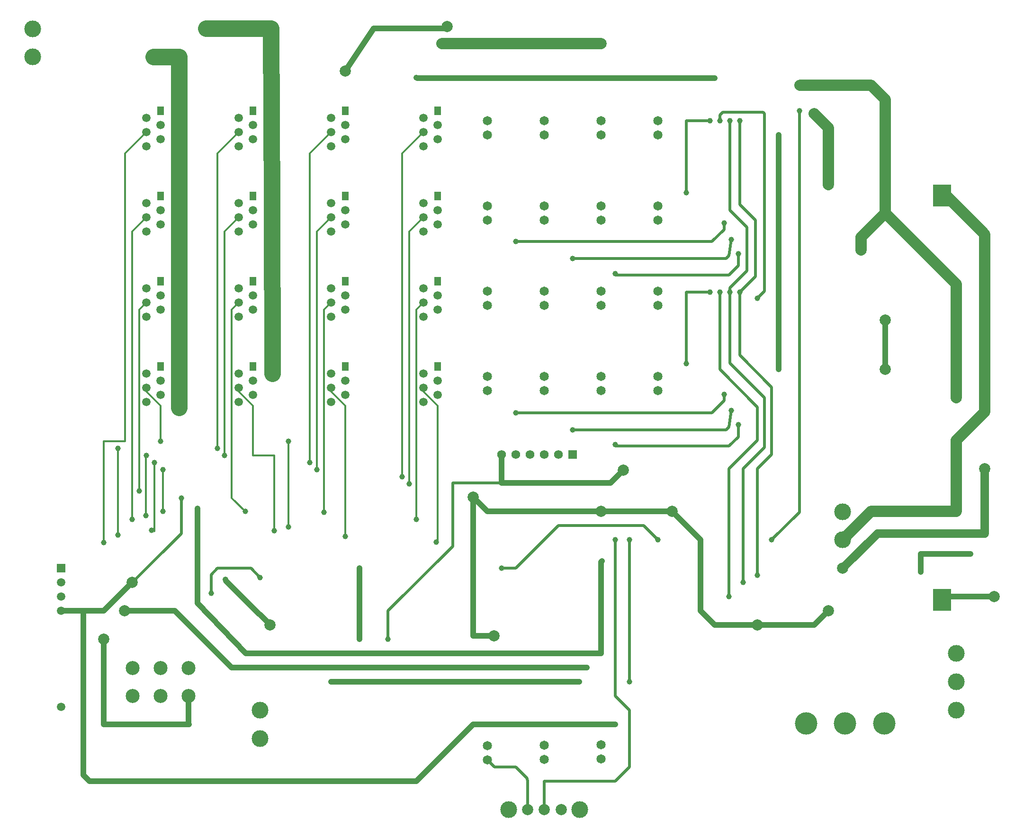
<source format=gbl>
G04 Layer: BottomLayer*
G04 EasyEDA v6.5.40, 2024-05-11 17:08:49*
G04 43c8e0cd1118455ea74be200e722eb6b,361a7d54fb4a4915a4e9984872de9782,10*
G04 Gerber Generator version 0.2*
G04 Scale: 100 percent, Rotated: No, Reflected: No *
G04 Dimensions in millimeters *
G04 leading zeros omitted , absolute positions ,4 integer and 5 decimal *
%FSLAX45Y45*%
%MOMM*%

%ADD10C,0.3000*%
%ADD11C,1.0000*%
%ADD12C,0.5000*%
%ADD13C,1.5000*%
%ADD14C,2.0000*%
%ADD15C,3.0000*%
%ADD16R,3.2000X4.0000*%
%ADD17R,1.2680X1.5000*%
%ADD18C,1.6510*%
%ADD19C,4.0000*%
%ADD20C,1.5748*%
%ADD21R,1.5748X1.5748*%
%ADD22R,1.5080X1.5080*%
%ADD23C,1.5080*%
%ADD24C,2.5000*%
%ADD25C,0.0147*%

%LPD*%
D10*
X4063984Y-8648684D02*
G01*
X4063984Y-7886697D01*
D11*
X13842972Y-2158994D02*
G01*
X13842972Y-6349989D01*
X1409700Y-10914379D02*
G01*
X1409700Y-13601700D01*
X1524000Y-13716000D01*
X7366000Y-13716000D01*
X8382000Y-12700000D01*
X10922000Y-12700000D01*
D12*
X1777994Y-10667977D02*
G01*
X1015992Y-10667956D01*
D11*
X10413974Y-11683974D02*
G01*
X4064000Y-11683982D01*
X3047997Y-10667979D01*
X2146294Y-10667979D01*
X10274279Y-11937974D02*
G01*
X5841989Y-11937979D01*
D12*
X8889974Y-7873974D02*
G01*
X8889974Y-8381982D01*
X8013687Y-8381982D01*
X8013687Y-9512282D01*
X6858000Y-10667969D01*
X6858000Y-11175974D01*
X12788900Y-4965700D02*
G01*
X12788900Y-6350000D01*
X13462000Y-7023100D01*
X13462000Y-7620000D01*
X12954000Y-8128000D01*
X12953974Y-10413979D01*
X13715974Y-9397974D02*
G01*
X14211300Y-8902649D01*
X14211300Y-1727200D01*
D11*
X1777997Y-11175977D02*
G01*
X1777997Y-12699974D01*
X3301992Y-12699974D01*
X3293993Y-12691976D01*
X3293993Y-12187976D01*
D12*
X12953974Y-4660889D02*
G01*
X10921974Y-4660887D01*
D11*
X11938000Y-8890000D02*
G01*
X12446000Y-9398000D01*
X12446000Y-10668000D01*
X12700000Y-10922000D01*
X14478000Y-10922000D01*
X14732000Y-10668000D01*
D13*
X17525964Y-9283682D02*
G01*
X17525964Y-8127984D01*
D14*
X17017966Y-5587989D02*
G01*
X17017966Y-6857987D01*
D11*
X4762489Y-10921977D02*
G01*
X4495774Y-10667974D01*
X3962400Y-10134600D01*
X3949687Y-10109200D01*
X8381982Y-8635982D02*
G01*
X8635982Y-8889982D01*
X10667918Y-8889982D01*
X8381982Y-8635982D02*
G01*
X8381982Y-11112477D01*
X8750282Y-11112477D01*
D10*
X7492997Y-6680202D02*
G01*
X7492997Y-6743702D01*
X7746997Y-6997702D01*
X7746984Y-9448784D01*
D14*
X14224000Y-1270000D02*
G01*
X15493969Y-1269997D01*
X15748000Y-1524000D01*
X15748000Y-2286000D01*
X15747969Y-2539994D01*
X15748000Y-2540000D01*
X14477972Y-1777997D02*
G01*
X14731969Y-2031994D01*
X14731969Y-3047994D01*
D11*
X10667918Y-8889982D02*
G01*
X11937977Y-8889982D01*
D12*
X11429977Y-9143982D02*
G01*
X11683977Y-9397982D01*
X8885930Y-9900920D02*
G01*
X8890000Y-9906000D01*
X9144000Y-9906000D01*
X9906025Y-9143974D01*
X11429977Y-9143982D01*
D13*
X14986000Y-9906000D02*
G01*
X15608300Y-9283700D01*
X16901922Y-9283700D01*
X17525964Y-9283682D01*
D14*
X14985974Y-9395460D02*
G01*
X15490416Y-8890000D01*
X17018815Y-8889982D01*
D11*
X10680700Y-9779000D02*
G01*
X10668000Y-9791700D01*
X10668000Y-11430000D01*
X4318000Y-11430000D01*
X3682992Y-10769579D01*
X3451859Y-10528300D01*
X3454400Y-8839174D02*
G01*
X3452032Y-10528300D01*
D14*
X16763974Y-3245485D02*
G01*
X16834459Y-3245485D01*
X17525964Y-3936989D01*
X17525964Y-7111984D01*
X17018815Y-7619133D01*
X17018815Y-8889982D01*
D11*
X8890000Y-7874000D02*
G01*
X8890000Y-8382000D01*
X10833049Y-8382000D01*
X11061674Y-8153374D01*
D12*
X10921974Y-9397974D02*
G01*
X10922002Y-11938000D01*
X10921979Y-12191974D01*
X10921979Y-11937974D01*
X9652000Y-14224000D02*
G01*
X9652000Y-13716000D01*
X10922000Y-13716000D01*
X11176000Y-13462000D01*
X11176000Y-12446000D01*
X10922000Y-12192000D01*
D10*
X2539997Y-3632309D02*
G01*
X2285997Y-3886309D01*
X2285997Y-6362809D01*
X2286195Y-9029857D01*
X2539997Y-2108309D02*
G01*
X2158997Y-2489309D01*
X2158997Y-7632684D01*
X2527508Y-8964584D02*
G01*
X2527508Y-7899186D01*
X2539997Y-7886684D01*
X4190984Y-3632197D02*
G01*
X3936984Y-3886197D01*
X3936984Y-6362697D01*
X3936984Y-7886585D01*
X2679697Y-9245584D02*
G01*
X2679697Y-8015483D01*
X5841984Y-2108197D02*
G01*
X5460984Y-2489197D01*
X5460984Y-8013684D01*
X5841997Y-6680309D02*
G01*
X5841997Y-6743809D01*
X6095997Y-6997809D01*
X6095997Y-9334477D01*
X4190997Y-2108309D02*
G01*
X3809997Y-2489309D01*
X3809997Y-7759684D01*
X2031997Y-7759684D02*
G01*
X2032208Y-7759882D01*
X2032208Y-9315775D01*
X2539997Y-6680309D02*
G01*
X2539997Y-6743809D01*
X2793997Y-6997809D01*
X2793997Y-7632684D01*
X5079984Y-7632684D02*
G01*
X5080195Y-7632895D01*
X5080195Y-9169557D01*
D15*
X3124194Y-7030994D02*
G01*
X3124200Y-5282529D01*
X3124200Y-2235809D02*
G01*
X3124200Y-2459616D01*
X3124194Y-5282531D02*
G01*
X3124197Y-3982239D01*
X4768850Y-254000D02*
G01*
X3604262Y-255915D01*
X3124200Y-762000D02*
G01*
X2666994Y-761997D01*
X4773828Y-1856757D02*
G01*
X4768842Y-253997D01*
X4778562Y-3378093D02*
G01*
X4773828Y-1856757D01*
X4783305Y-4902288D02*
G01*
X4778562Y-3378093D01*
X4787900Y-6426200D02*
G01*
X4787900Y-6197574D01*
X4787900Y-6197574D02*
G01*
X4787900Y-4906876D01*
X4783310Y-4902286D01*
X3124197Y-3982239D02*
G01*
X3124197Y-3758641D01*
X3124197Y-3758641D02*
G01*
X3124200Y-2459616D01*
X3124200Y-2459616D02*
G01*
X3124200Y-2235804D01*
X3124200Y-2235200D02*
G01*
X3124200Y-762000D01*
X4065798Y-254000D02*
G01*
X3835400Y-254000D01*
D14*
X15316200Y-4216400D02*
G01*
X15316200Y-3987800D01*
X15595091Y-3708907D01*
X15748000Y-3556000D01*
X15748000Y-2540000D02*
G01*
X15748000Y-3149600D01*
X15748000Y-2540000D02*
G01*
X15748000Y-3556000D01*
X17018000Y-4826000D01*
X17017966Y-5686552D01*
D11*
X1409694Y-11048977D02*
G01*
X1409694Y-10691268D01*
D12*
X8636000Y-13334974D02*
G01*
X8762997Y-13461972D01*
X9143982Y-13461972D01*
X9347182Y-13665172D01*
X9347182Y-13690572D01*
X9352000Y-13695390D01*
X9352000Y-14223974D01*
X12191974Y-1905000D02*
G01*
X12191974Y-3187694D01*
X12191974Y-1905000D02*
G01*
X12636474Y-1904994D01*
D11*
X16383000Y-9969500D02*
G01*
X16383000Y-9652000D01*
X17272000Y-9652000D01*
X15747956Y-5460977D02*
G01*
X15747992Y-6350010D01*
X1015997Y-10667974D02*
G01*
X1016000Y-10668000D01*
X1778000Y-10668000D01*
X2286000Y-10160000D01*
X2285994Y-10159979D01*
D12*
X3162300Y-8648700D02*
G01*
X3162300Y-9283700D01*
X1777997Y-10667979D01*
D11*
X16763974Y-10470489D02*
G01*
X16820481Y-10413982D01*
X17691061Y-10413982D01*
X6349987Y-9905977D02*
G01*
X6349987Y-11175977D01*
D12*
X6858000Y-11175974D02*
G01*
X6858000Y-10921974D01*
D11*
X7365984Y-1130297D02*
G01*
X7378684Y-1142997D01*
X12699974Y-1142997D01*
D14*
X7823200Y-520700D02*
G01*
X10668000Y-520700D01*
X10668000Y-520700D01*
D11*
X6095987Y-1015997D02*
G01*
X6603987Y-254000D01*
X7874190Y-254175D01*
D12*
X3695692Y-10350479D02*
G01*
X3695692Y-10020279D01*
X3809992Y-9905979D01*
X4406889Y-9905979D01*
X4571989Y-10071079D01*
X12788900Y-1905000D02*
G01*
X12788900Y-1803400D01*
X12839700Y-1752600D01*
X13563600Y-1752600D01*
X13589000Y-1778000D01*
X13589000Y-4953000D01*
X13462000Y-5080000D01*
X12966700Y-4965700D02*
G01*
X12966700Y-4889500D01*
X13271500Y-4584700D01*
X13271500Y-3810000D01*
X12966700Y-3505200D01*
X12966700Y-1905000D01*
X12191974Y-4965700D02*
G01*
X12611074Y-4965694D01*
X12191974Y-4965700D02*
G01*
X12191974Y-6248394D01*
X12865074Y-6908787D02*
G01*
X12865074Y-6794487D01*
X12649200Y-7124700D02*
G01*
X12865074Y-6908794D01*
X12903174Y-7429494D02*
G01*
X12953974Y-7378694D01*
X12992074Y-7086600D02*
G01*
X12953974Y-7378694D01*
X13119074Y-7340594D02*
G01*
X13119074Y-7556494D01*
X12953974Y-7721587D01*
X12953974Y-7721589D02*
G01*
X10921974Y-7721587D01*
X10159974Y-7429494D02*
G01*
X12903174Y-7429492D01*
X9143982Y-7124692D02*
G01*
X12649174Y-7124692D01*
X12611074Y-4965694D02*
G01*
X12636474Y-4965694D01*
X10159974Y-4368794D02*
G01*
X12903174Y-4368792D01*
X9143982Y-4063992D02*
G01*
X12649174Y-4063992D01*
X13119074Y-4279894D02*
G01*
X13119074Y-4495794D01*
X12953974Y-4660887D01*
X12649200Y-4064000D02*
G01*
X12865074Y-3848094D01*
X12865074Y-3848087D02*
G01*
X12865074Y-3733787D01*
X12992074Y-4025900D02*
G01*
X12953974Y-4317994D01*
X12903174Y-4368794D02*
G01*
X12953974Y-4317994D01*
D10*
X2832097Y-8140684D02*
G01*
X2832295Y-8888371D01*
X4825984Y-7886684D02*
G01*
X4826195Y-9233057D01*
X5841997Y-5156309D02*
G01*
X5714997Y-5283309D01*
X5715195Y-8902857D01*
X1778195Y-9448957D02*
G01*
X1777997Y-7632684D01*
X1993897Y-7632684D01*
X2158997Y-7632684D01*
X4305495Y-8890157D02*
G01*
X4064182Y-8648844D01*
X1778208Y-9448957D02*
G01*
X1778208Y-9307347D01*
X7492997Y-5156309D02*
G01*
X7366195Y-5283103D01*
X7366195Y-9029857D01*
X7492984Y-2108197D02*
G01*
X7111984Y-2489197D01*
X7111984Y-8267684D01*
X7492984Y-3632197D02*
G01*
X7238984Y-3886197D01*
X7238984Y-6362697D01*
X7241540Y-8394684D01*
X2539997Y-5156309D02*
G01*
X2413208Y-5283103D01*
X2413208Y-8521857D01*
X5841997Y-3632309D02*
G01*
X5587997Y-3886309D01*
X5587984Y-8140684D01*
X4825984Y-7886684D02*
G01*
X4444984Y-7886697D01*
X4190984Y-6680197D02*
G01*
X4190984Y-6743697D01*
X4444984Y-6997697D01*
X4444984Y-7886697D01*
X4190984Y-5156197D02*
G01*
X4063984Y-5283197D01*
X4063984Y-7886697D01*
X4063984Y-7632585D01*
D12*
X12966700Y-4965700D02*
G01*
X12966700Y-6235700D01*
X13589000Y-6858000D01*
X13589000Y-7747000D01*
X13208000Y-8128000D01*
X13207974Y-10159979D01*
X13144500Y-4965700D02*
G01*
X13423900Y-4686300D01*
X13423900Y-3683000D01*
X13144500Y-3403600D01*
X13144500Y-1905000D01*
X13144500Y-4965700D02*
G01*
X13144500Y-6096000D01*
X13716000Y-6667500D01*
X13716000Y-7874000D01*
X13462000Y-8128000D01*
X13461972Y-10028936D01*
X11175974Y-9397974D02*
G01*
X11175974Y-11937974D01*
X11175974Y-11937974D01*
D16*
G01*
X16764000Y-10470489D03*
G01*
X16764000Y-3245510D03*
D17*
G01*
X2793974Y-1727200D03*
D13*
G01*
X2540000Y-1854200D03*
G01*
X2794000Y-1981200D03*
G01*
X2540000Y-2108200D03*
G01*
X2794000Y-2235200D03*
G01*
X2540000Y-2362200D03*
D17*
G01*
X6095974Y-1727200D03*
D13*
G01*
X5842000Y-1854200D03*
G01*
X6096000Y-1981200D03*
G01*
X5842000Y-2108200D03*
G01*
X6096000Y-2235200D03*
G01*
X5842000Y-2362200D03*
D17*
G01*
X7746974Y-1727200D03*
D13*
G01*
X7492974Y-1854200D03*
G01*
X7746974Y-1981200D03*
G01*
X7492974Y-2108200D03*
G01*
X7746974Y-2235200D03*
G01*
X7492974Y-2362200D03*
D17*
G01*
X2793974Y-3251200D03*
D13*
G01*
X2540000Y-3378200D03*
G01*
X2794000Y-3505200D03*
G01*
X2540000Y-3632200D03*
G01*
X2794000Y-3759200D03*
G01*
X2540000Y-3886200D03*
D17*
G01*
X4444974Y-3251200D03*
D13*
G01*
X4191000Y-3378200D03*
G01*
X4445000Y-3505200D03*
G01*
X4191000Y-3632200D03*
G01*
X4445000Y-3759200D03*
G01*
X4191000Y-3886200D03*
D17*
G01*
X2793974Y-4775200D03*
D13*
G01*
X2540000Y-4902200D03*
G01*
X2794000Y-5029200D03*
G01*
X2540000Y-5156200D03*
G01*
X2794000Y-5283200D03*
G01*
X2540000Y-5410200D03*
D17*
G01*
X4444974Y-4775200D03*
D13*
G01*
X4191000Y-4902200D03*
G01*
X4445000Y-5029200D03*
G01*
X4191000Y-5156200D03*
G01*
X4445000Y-5283200D03*
G01*
X4191000Y-5410200D03*
D17*
G01*
X6095974Y-4775200D03*
D13*
G01*
X5842000Y-4902200D03*
G01*
X6096000Y-5029200D03*
G01*
X5842000Y-5156200D03*
G01*
X6096000Y-5283200D03*
G01*
X5842000Y-5410200D03*
D17*
G01*
X7746974Y-4775200D03*
D13*
G01*
X7492974Y-4902200D03*
G01*
X7746974Y-5029200D03*
G01*
X7492974Y-5156200D03*
G01*
X7746974Y-5283200D03*
G01*
X7492974Y-5410200D03*
D17*
G01*
X2793974Y-6299200D03*
D13*
G01*
X2540000Y-6426200D03*
G01*
X2794000Y-6553200D03*
G01*
X2540000Y-6680200D03*
G01*
X2794000Y-6807200D03*
G01*
X2540000Y-6934200D03*
D17*
G01*
X4444974Y-6299200D03*
D13*
G01*
X4191000Y-6426200D03*
G01*
X4445000Y-6553200D03*
G01*
X4191000Y-6680200D03*
G01*
X4445000Y-6807200D03*
G01*
X4191000Y-6934200D03*
D17*
G01*
X6095974Y-6299200D03*
D13*
G01*
X5842000Y-6426200D03*
G01*
X6096000Y-6553200D03*
G01*
X5842000Y-6680200D03*
G01*
X6096000Y-6807200D03*
G01*
X5842000Y-6934200D03*
D17*
G01*
X7746974Y-6299200D03*
D13*
G01*
X7492974Y-6426200D03*
G01*
X7746974Y-6553200D03*
G01*
X7492974Y-6680200D03*
G01*
X7746974Y-6807200D03*
G01*
X7492974Y-6934200D03*
D17*
G01*
X6095974Y-3251200D03*
D13*
G01*
X5842000Y-3378200D03*
G01*
X6096000Y-3505200D03*
G01*
X5842000Y-3632200D03*
G01*
X6096000Y-3759200D03*
G01*
X5842000Y-3886200D03*
D17*
G01*
X7746974Y-3251200D03*
D13*
G01*
X7492974Y-3378200D03*
G01*
X7746974Y-3505200D03*
G01*
X7492974Y-3632200D03*
G01*
X7746974Y-3759200D03*
G01*
X7492974Y-3886200D03*
D17*
G01*
X4444974Y-1727200D03*
D13*
G01*
X4191000Y-1854200D03*
G01*
X4445000Y-1981200D03*
G01*
X4191000Y-2108200D03*
G01*
X4445000Y-2235200D03*
G01*
X4191000Y-2362200D03*
D18*
G01*
X8635974Y-2159000D03*
G01*
X8635974Y-1905000D03*
G01*
X9651974Y-2159000D03*
G01*
X9651974Y-1905000D03*
D15*
G01*
X16764000Y-3251200D03*
G01*
X16764000Y-10470489D03*
G01*
X508000Y-758444D03*
G01*
X508000Y-257555D03*
G01*
X14986000Y-8893555D03*
G01*
X14986000Y-9394444D03*
D19*
G01*
X14328924Y-12678204D03*
G01*
X15028669Y-12678204D03*
G01*
X15728922Y-12678204D03*
D15*
G01*
X17017852Y-12446091D03*
G01*
X17017852Y-11430091D03*
G01*
X17017852Y-11938091D03*
G01*
X4572000Y-12954000D03*
G01*
X4572000Y-12446000D03*
D20*
G01*
X8890000Y-7874000D03*
G01*
X9144000Y-7874000D03*
G01*
X9398000Y-7874000D03*
G01*
X9652000Y-7874000D03*
G01*
X9906000Y-7874000D03*
D21*
G01*
X10160000Y-7874000D03*
D18*
G01*
X10668000Y-13060984D03*
G01*
X10668000Y-13314984D03*
G01*
X10668000Y-2159050D03*
G01*
X10668000Y-1905050D03*
G01*
X11684000Y-2159050D03*
G01*
X11684000Y-1905050D03*
G01*
X8636000Y-3683050D03*
G01*
X8636000Y-3429050D03*
G01*
X9652000Y-3683050D03*
G01*
X9652000Y-3429050D03*
G01*
X10668000Y-3683050D03*
G01*
X10668000Y-3429050D03*
G01*
X11684000Y-3683050D03*
G01*
X11684000Y-3429050D03*
G01*
X8636000Y-5207050D03*
G01*
X8636000Y-4953050D03*
G01*
X9652000Y-5207050D03*
G01*
X9652000Y-4953050D03*
G01*
X9652000Y-13070890D03*
G01*
X9652000Y-13324890D03*
G01*
X10668000Y-5207050D03*
G01*
X10668000Y-4953050D03*
G01*
X8636000Y-13081050D03*
G01*
X8636000Y-13335050D03*
G01*
X11684000Y-5207050D03*
G01*
X11684000Y-4953050D03*
G01*
X8636000Y-6731050D03*
G01*
X8636000Y-6477050D03*
G01*
X9652000Y-6731050D03*
G01*
X9652000Y-6477050D03*
G01*
X10668000Y-6731050D03*
G01*
X10668000Y-6477050D03*
G01*
X11684000Y-6731050D03*
G01*
X11684000Y-6477050D03*
D22*
G01*
X1016000Y-9906000D03*
D23*
G01*
X1016000Y-10160000D03*
G01*
X1016000Y-10414000D03*
G01*
X1016000Y-10668000D03*
G01*
X1016000Y-12382500D03*
D24*
G01*
X2293995Y-12187976D03*
G01*
X2793994Y-12187976D03*
G01*
X3293993Y-12187976D03*
G01*
X3293993Y-11687977D03*
G01*
X2793994Y-11687977D03*
G01*
X2293995Y-11687977D03*
D14*
G01*
X9352000Y-14224000D03*
G01*
X9652000Y-14224000D03*
G01*
X9951999Y-14224000D03*
D15*
G01*
X9017000Y-14224000D03*
G01*
X10287000Y-14224000D03*
D11*
G01*
X2832303Y-8888374D03*
G01*
X4305503Y-8890152D03*
G01*
X2629103Y-9231274D03*
G01*
X2286203Y-9029852D03*
G01*
X2413203Y-8521852D03*
G01*
X2794000Y-7632674D03*
G01*
X5080203Y-9169552D03*
G01*
X5080000Y-7632674D03*
G01*
X1778203Y-9448952D03*
G01*
X2032000Y-7759674D03*
G01*
X2032203Y-9315780D03*
G01*
X3810000Y-7759674D03*
G01*
X2540000Y-7886674D03*
G01*
X3937000Y-7886674D03*
G01*
X4826203Y-9233052D03*
G01*
X2679700Y-8013674D03*
G01*
X5461000Y-8013674D03*
G01*
X5588000Y-8140674D03*
G01*
X2832100Y-8140674D03*
G01*
X5715203Y-8902852D03*
G01*
X6096000Y-9334474D03*
G01*
X7112000Y-8267674D03*
G01*
X7239000Y-8394674D03*
G01*
X7366203Y-9029852D03*
G01*
X7721574Y-9436074D03*
G01*
X3454400Y-8839174D03*
G01*
X12611074Y-1905000D03*
G01*
X12191974Y-3187700D03*
G01*
X13119074Y-4279900D03*
G01*
X10921974Y-4635500D03*
G01*
X12992074Y-4025900D03*
G01*
X10159974Y-4368800D03*
G01*
X9143974Y-4064000D03*
G01*
X12865074Y-3733800D03*
G01*
X12788874Y-1905000D03*
G01*
X13144474Y-1905000D03*
G01*
X12966674Y-1905000D03*
G01*
X12191974Y-6248400D03*
G01*
X12611074Y-4965700D03*
G01*
X9143974Y-7124700D03*
G01*
X10159974Y-7429500D03*
G01*
X10921974Y-7696200D03*
G01*
X13119074Y-7340600D03*
G01*
X12865074Y-6794500D03*
G01*
X12992074Y-7086600D03*
G01*
X12966674Y-4965700D03*
G01*
X13144474Y-4965700D03*
G01*
X12788874Y-4965700D03*
G01*
X12611074Y-4965700D03*
G01*
X13461974Y-5080000D03*
G01*
X13842974Y-3048000D03*
G01*
X13842974Y-2159000D03*
G01*
X4572000Y-10071074D03*
G01*
X3949700Y-10109174D03*
G01*
X3695700Y-10350474D03*
D14*
G01*
X7912074Y-215900D03*
G01*
X6096000Y-1016000D03*
G01*
X7823174Y-520700D03*
G01*
X10668000Y-520700D03*
D11*
G01*
X7365974Y-1130300D03*
G01*
X12699974Y-1143000D03*
D14*
G01*
X4787889Y-6426187D03*
G01*
X3835392Y-254000D03*
G01*
X4065803Y-254000D03*
G01*
X4773828Y-1856765D03*
G01*
X4778552Y-3378098D03*
G01*
X4783302Y-4902301D03*
G01*
X3124194Y-6807187D03*
G01*
X3124200Y-5282539D03*
G01*
X3124200Y-3758641D03*
G01*
X3124200Y-2235809D03*
G01*
X3124200Y-762000D03*
G01*
X2895594Y-761997D03*
D11*
G01*
X3162300Y-8648674D03*
D14*
G01*
X2285994Y-10159979D03*
G01*
X4745456Y-10921974D03*
G01*
X8381982Y-8635982D03*
D11*
G01*
X12950037Y-10410037D03*
G01*
X13204037Y-10156037D03*
G01*
X13461974Y-10028936D03*
D14*
G01*
X2146294Y-10667979D03*
D11*
G01*
X10413974Y-11683974D03*
G01*
X10680674Y-9778974D03*
D14*
G01*
X11061677Y-8153384D03*
D11*
G01*
X11175974Y-11937974D03*
G01*
X11175977Y-9397982D03*
G01*
X10921974Y-9397974D03*
G01*
X16383000Y-9969500D03*
G01*
X17271974Y-9651974D03*
D14*
G01*
X17691074Y-10413974D03*
D11*
G01*
X6349987Y-11175977D03*
G01*
X10274279Y-11937974D03*
G01*
X5841989Y-11937979D03*
D14*
G01*
X8750282Y-11112477D03*
D11*
G01*
X6857987Y-11175977D03*
G01*
X14211300Y-1727200D03*
G01*
X8886040Y-9902037D03*
G01*
X11683977Y-9397982D03*
G01*
X13715972Y-9397982D03*
D14*
G01*
X17017966Y-6857987D03*
G01*
X15747992Y-6350010D03*
G01*
X15747966Y-5465338D03*
D11*
G01*
X6349987Y-9905979D03*
G01*
X13842972Y-6349989D03*
D14*
G01*
X11937977Y-8889982D03*
G01*
X10667918Y-8889982D03*
G01*
X15316169Y-4216392D03*
D18*
G01*
X8635974Y-1905688D03*
G01*
X9651974Y-1905688D03*
G01*
X10668000Y-1905690D03*
G01*
X11683987Y-1905690D03*
D14*
G01*
X15747969Y-2539994D03*
G01*
X14223972Y-1269997D03*
G01*
X14477972Y-1777997D03*
G01*
X14731969Y-3047994D03*
G01*
X17017966Y-8127984D03*
G01*
X1777997Y-11175977D03*
D11*
G01*
X10922000Y-12700000D03*
D14*
G01*
X15747969Y-2793994D03*
G01*
X2666994Y-761997D03*
G01*
X3604262Y-255915D03*
G01*
X3124200Y-2459616D03*
G01*
X3124197Y-3982239D03*
G01*
X3124200Y-5506346D03*
G01*
X3124194Y-7030994D03*
G01*
X4787889Y-6197587D03*
G01*
X4783302Y-4673701D03*
G01*
X4783302Y-4902197D03*
G01*
X4778552Y-3149498D03*
G01*
X4778552Y-3378197D03*
G01*
X4773828Y-1628165D03*
G01*
X4773828Y-1854197D03*
D11*
G01*
X2527508Y-8964584D03*
D14*
G01*
X17525964Y-8127984D03*
G01*
X14986000Y-9906000D03*
G01*
X14732000Y-10668000D03*
G01*
X13461972Y-10921977D03*
M02*

</source>
